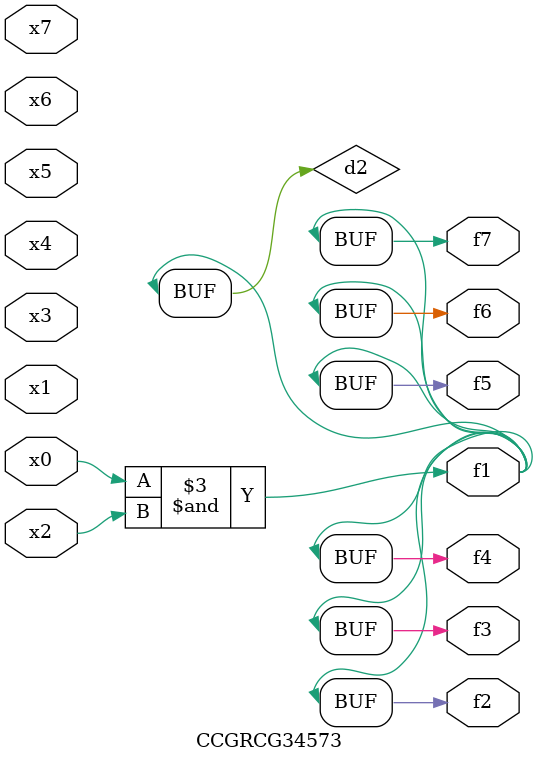
<source format=v>
module CCGRCG34573(
	input x0, x1, x2, x3, x4, x5, x6, x7,
	output f1, f2, f3, f4, f5, f6, f7
);

	wire d1, d2;

	nor (d1, x3, x6);
	and (d2, x0, x2);
	assign f1 = d2;
	assign f2 = d2;
	assign f3 = d2;
	assign f4 = d2;
	assign f5 = d2;
	assign f6 = d2;
	assign f7 = d2;
endmodule

</source>
